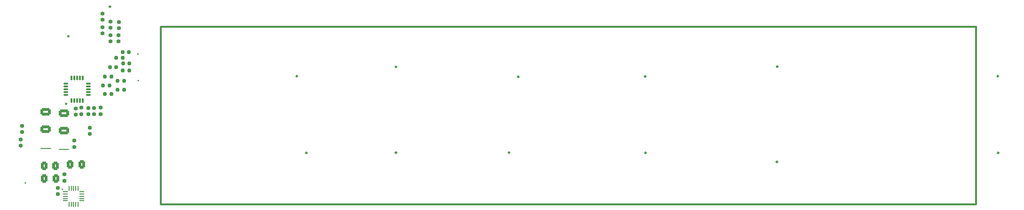
<source format=gto>
G04 #@! TF.GenerationSoftware,KiCad,Pcbnew,7.0.1*
G04 #@! TF.CreationDate,2023-10-11T19:04:08-05:00*
G04 #@! TF.ProjectId,FLED_Board,464c4544-5f42-46f6-9172-642e6b696361,1*
G04 #@! TF.SameCoordinates,Original*
G04 #@! TF.FileFunction,Legend,Top*
G04 #@! TF.FilePolarity,Positive*
%FSLAX46Y46*%
G04 Gerber Fmt 4.6, Leading zero omitted, Abs format (unit mm)*
G04 Created by KiCad (PCBNEW 7.0.1) date 2023-10-11 19:04:08*
%MOMM*%
%LPD*%
G01*
G04 APERTURE LIST*
G04 Aperture macros list*
%AMRoundRect*
0 Rectangle with rounded corners*
0 $1 Rounding radius*
0 $2 $3 $4 $5 $6 $7 $8 $9 X,Y pos of 4 corners*
0 Add a 4 corners polygon primitive as box body*
4,1,4,$2,$3,$4,$5,$6,$7,$8,$9,$2,$3,0*
0 Add four circle primitives for the rounded corners*
1,1,$1+$1,$2,$3*
1,1,$1+$1,$4,$5*
1,1,$1+$1,$6,$7*
1,1,$1+$1,$8,$9*
0 Add four rect primitives between the rounded corners*
20,1,$1+$1,$2,$3,$4,$5,0*
20,1,$1+$1,$4,$5,$6,$7,0*
20,1,$1+$1,$6,$7,$8,$9,0*
20,1,$1+$1,$8,$9,$2,$3,0*%
%AMFreePoly0*
4,1,20,0.183918,0.148406,0.199736,0.141903,0.364236,-0.021737,0.364260,-0.021795,0.364320,-0.021820,0.370918,-0.037749,0.377500,-0.053522,0.377475,-0.053581,0.377500,-0.053640,0.377500,-0.100000,0.364320,-0.131820,0.332500,-0.145000,-0.332500,-0.145000,-0.364320,-0.131820,-0.377500,-0.100000,-0.377500,0.110000,-0.364320,0.141820,-0.332500,0.155000,0.168000,0.155000,0.183918,0.148406,
0.183918,0.148406,$1*%
%AMFreePoly1*
4,1,20,0.364320,0.131820,0.377500,0.100000,0.377500,0.053640,0.377475,0.053581,0.377500,0.053522,0.370918,0.037749,0.364320,0.021820,0.364260,0.021795,0.364236,0.021737,0.199736,-0.141903,0.183918,-0.148406,0.168000,-0.155000,-0.332500,-0.155000,-0.364320,-0.141820,-0.377500,-0.110000,-0.377500,0.100000,-0.364320,0.131820,-0.332500,0.145000,0.332500,0.145000,0.364320,0.131820,
0.364320,0.131820,$1*%
%AMFreePoly2*
4,1,20,0.138284,0.360784,0.150000,0.332500,0.150000,-0.332500,0.138284,-0.360784,0.110000,-0.372500,-0.110000,-0.372500,-0.138284,-0.360784,-0.150000,-0.332500,-0.150000,0.168000,-0.144102,0.182237,-0.138358,0.196210,0.025282,0.360710,0.025334,0.360731,0.025356,0.360784,0.039384,0.366595,0.053535,0.372500,0.053587,0.372478,0.053640,0.372500,0.110000,0.372500,0.138284,0.360784,
0.138284,0.360784,$1*%
%AMFreePoly3*
4,1,20,-0.052877,0.377184,-0.052105,0.377474,-0.037072,0.370637,-0.021820,0.364320,-0.021504,0.363557,-0.020753,0.363216,0.132887,0.198716,0.138682,0.183251,0.145000,0.168000,0.145000,-0.332500,0.131820,-0.364320,0.100000,-0.377500,-0.110000,-0.377500,-0.141820,-0.364320,-0.155000,-0.332500,-0.155000,0.332500,-0.141820,0.364320,-0.110000,0.377500,-0.053640,0.377500,-0.052877,0.377184,
-0.052877,0.377184,$1*%
%AMFreePoly4*
4,1,20,0.364320,0.131820,0.377500,0.100000,0.377500,-0.110000,0.364320,-0.141820,0.332500,-0.155000,-0.168000,-0.155000,-0.183918,-0.148406,-0.199736,-0.141903,-0.364236,0.021737,-0.364260,0.021795,-0.364320,0.021820,-0.370918,0.037749,-0.377500,0.053522,-0.377475,0.053581,-0.377500,0.053640,-0.377500,0.100000,-0.364320,0.131820,-0.332500,0.145000,0.332500,0.145000,0.364320,0.131820,
0.364320,0.131820,$1*%
%AMFreePoly5*
4,1,20,0.364320,0.141820,0.377500,0.110000,0.377500,-0.100000,0.364320,-0.131820,0.332500,-0.145000,-0.332500,-0.145000,-0.364320,-0.131820,-0.377500,-0.100000,-0.377500,-0.053640,-0.377475,-0.053581,-0.377500,-0.053522,-0.370918,-0.037749,-0.364320,-0.021820,-0.364260,-0.021795,-0.364236,-0.021737,-0.199736,0.141903,-0.183918,0.148406,-0.168000,0.155000,0.332500,0.155000,0.364320,0.141820,
0.364320,0.141820,$1*%
%AMFreePoly6*
4,1,20,0.131820,0.364320,0.145000,0.332500,0.145000,-0.168000,0.138682,-0.183251,0.132887,-0.198716,-0.020753,-0.363216,-0.021504,-0.363557,-0.021820,-0.364320,-0.037072,-0.370637,-0.052105,-0.377474,-0.052877,-0.377184,-0.053640,-0.377500,-0.110000,-0.377500,-0.141820,-0.364320,-0.155000,-0.332500,-0.155000,0.332500,-0.141820,0.364320,-0.110000,0.377500,0.100000,0.377500,0.131820,0.364320,
0.131820,0.364320,$1*%
%AMFreePoly7*
4,1,20,0.131820,0.364320,0.145000,0.332500,0.145000,-0.332500,0.131820,-0.364320,0.100000,-0.377500,0.053640,-0.377500,0.053581,-0.377475,0.053522,-0.377500,0.037749,-0.370918,0.021820,-0.364320,0.021795,-0.364260,0.021737,-0.364236,-0.141903,-0.199736,-0.148406,-0.183918,-0.155000,-0.168000,-0.155000,0.332500,-0.141820,0.364320,-0.110000,0.377500,0.100000,0.377500,0.131820,0.364320,
0.131820,0.364320,$1*%
G04 Aperture macros list end*
%ADD10C,0.300000*%
%ADD11C,0.286825*%
%ADD12C,0.165100*%
%ADD13C,0.150000*%
%ADD14C,0.227000*%
%ADD15C,0.200000*%
%ADD16C,0.238803*%
%ADD17R,0.400000X0.400000*%
%ADD18RoundRect,0.155000X0.212500X0.155000X-0.212500X0.155000X-0.212500X-0.155000X0.212500X-0.155000X0*%
%ADD19RoundRect,0.155000X-0.212500X-0.155000X0.212500X-0.155000X0.212500X0.155000X-0.212500X0.155000X0*%
%ADD20C,2.250000*%
%ADD21RoundRect,0.155000X0.155000X-0.212500X0.155000X0.212500X-0.155000X0.212500X-0.155000X-0.212500X0*%
%ADD22RoundRect,0.250000X-0.650000X0.412500X-0.650000X-0.412500X0.650000X-0.412500X0.650000X0.412500X0*%
%ADD23R,0.500000X1.100000*%
%ADD24R,0.700000X0.200000*%
%ADD25FreePoly0,90.000000*%
%ADD26RoundRect,0.075000X0.075000X-0.362500X0.075000X0.362500X-0.075000X0.362500X-0.075000X-0.362500X0*%
%ADD27FreePoly1,90.000000*%
%ADD28FreePoly2,90.000000*%
%ADD29RoundRect,0.075000X0.362500X-0.075000X0.362500X0.075000X-0.362500X0.075000X-0.362500X-0.075000X0*%
%ADD30FreePoly3,90.000000*%
%ADD31FreePoly4,90.000000*%
%ADD32FreePoly5,90.000000*%
%ADD33FreePoly6,90.000000*%
%ADD34FreePoly7,90.000000*%
%ADD35RoundRect,0.155000X-0.155000X0.212500X-0.155000X-0.212500X0.155000X-0.212500X0.155000X0.212500X0*%
%ADD36RoundRect,0.250000X0.337500X0.475000X-0.337500X0.475000X-0.337500X-0.475000X0.337500X-0.475000X0*%
%ADD37RoundRect,0.055000X-0.350000X-0.055000X0.350000X-0.055000X0.350000X0.055000X-0.350000X0.055000X0*%
%ADD38RoundRect,0.055000X-0.055000X-0.350000X0.055000X-0.350000X0.055000X0.350000X-0.055000X0.350000X0*%
%ADD39RoundRect,0.250000X-0.337500X-0.475000X0.337500X-0.475000X0.337500X0.475000X-0.337500X0.475000X0*%
%ADD40R,1.700000X1.700000*%
%ADD41O,1.700000X1.700000*%
%ADD42R,0.250000X0.725000*%
%ADD43R,0.250000X0.775000*%
%ADD44C,1.300000*%
G04 APERTURE END LIST*
D10*
X147442200Y-24791000D02*
X294213200Y-24791000D01*
X294213200Y-56791000D01*
X147442200Y-56791000D01*
X147442200Y-24791000D01*
D11*
X258547812Y-31991400D02*
G75*
G03*
X258547812Y-31991400I-143412J0D01*
G01*
X298273412Y-33718600D02*
G75*
G03*
X298273412Y-33718600I-143412J0D01*
G01*
X258497012Y-49167800D02*
G75*
G03*
X258497012Y-49167800I-143412J0D01*
G01*
X298324212Y-47542200D02*
G75*
G03*
X298324212Y-47542200I-143412J0D01*
G01*
X172047012Y-33717800D02*
G75*
G03*
X172047012Y-33717800I-143412J0D01*
G01*
X189897812Y-47491400D02*
G75*
G03*
X189897812Y-47491400I-143412J0D01*
G01*
D12*
X127554000Y-46718200D02*
X125840400Y-46718200D01*
D13*
X143397700Y-34520600D02*
G75*
G03*
X143397700Y-34520600I-75000J0D01*
G01*
D14*
X130469500Y-38704600D02*
G75*
G03*
X130469500Y-38704600I-113500J0D01*
G01*
D13*
X143354200Y-29740000D02*
G75*
G03*
X143354200Y-29740000I-75000J0D01*
G01*
D11*
X234824212Y-47542200D02*
G75*
G03*
X234824212Y-47542200I-143412J0D01*
G01*
X211923412Y-33818600D02*
G75*
G03*
X211923412Y-33818600I-143412J0D01*
G01*
D15*
X129764600Y-54112200D02*
G75*
G03*
X129764600Y-54112200I-100000J0D01*
G01*
D11*
X234773412Y-33768600D02*
G75*
G03*
X234773412Y-33768600I-143412J0D01*
G01*
X138375612Y-21193800D02*
G75*
G03*
X138375612Y-21193800I-143412J0D01*
G01*
D12*
X130830600Y-46891800D02*
X129117000Y-46891800D01*
D16*
X130861201Y-26512000D02*
G75*
G03*
X130861201Y-26512000I-119401J0D01*
G01*
D11*
X189897812Y-32041400D02*
G75*
G03*
X189897812Y-32041400I-143412J0D01*
G01*
X173774212Y-47542200D02*
G75*
G03*
X173774212Y-47542200I-143412J0D01*
G01*
X210247812Y-47491400D02*
G75*
G03*
X210247812Y-47491400I-143412J0D01*
G01*
D15*
X123137200Y-52969200D02*
G75*
G03*
X123137200Y-52969200I-100000J0D01*
G01*
%LPC*%
D17*
X258917200Y-32555000D03*
X258917200Y-33155000D03*
X259517200Y-33155000D03*
X259517200Y-32555000D03*
D18*
X138478200Y-36916400D03*
X137343200Y-36916400D03*
D19*
X140509900Y-29423800D03*
X141644900Y-29423800D03*
D20*
X156750000Y-26715600D03*
D17*
X297617200Y-33155000D03*
X297617200Y-32555000D03*
X297017200Y-32555000D03*
X297017200Y-33155000D03*
X258917200Y-48655000D03*
X259517200Y-48655000D03*
X259517200Y-48055000D03*
X258917200Y-48055000D03*
D21*
X136576200Y-40549300D03*
X136576200Y-39414300D03*
X136911400Y-26003100D03*
X136911400Y-24868100D03*
D22*
X126678800Y-40182500D03*
X126678800Y-43307500D03*
D17*
X297617200Y-48055000D03*
X297017200Y-48055000D03*
X297017200Y-48655000D03*
X297617200Y-48655000D03*
X172467200Y-33205000D03*
X173067200Y-33205000D03*
X173067200Y-32605000D03*
X172467200Y-32605000D03*
D21*
X139781600Y-27485000D03*
X139781600Y-26350000D03*
D17*
X190267200Y-48055000D03*
X190267200Y-48655000D03*
X190867200Y-48655000D03*
X190867200Y-48055000D03*
D20*
X153650000Y-36515600D03*
D23*
X126704200Y-47570200D03*
X126704200Y-45270200D03*
D24*
X143625700Y-34960600D03*
X143625700Y-35460600D03*
X143625700Y-35960600D03*
X143625700Y-36460600D03*
X144625700Y-36210600D03*
X144625700Y-35710600D03*
X144625700Y-35210600D03*
D25*
X130819000Y-38085600D03*
D26*
X131314000Y-38135600D03*
X131814000Y-38135600D03*
X132314000Y-38135600D03*
X132814000Y-38135600D03*
X133314000Y-38135600D03*
D27*
X133809000Y-38085600D03*
D28*
X134294000Y-37610600D03*
D29*
X134349000Y-37105600D03*
X134349000Y-36605600D03*
X134349000Y-36105600D03*
X134349000Y-35605600D03*
X134349000Y-35105600D03*
D30*
X134299000Y-34600600D03*
D31*
X133804000Y-34105600D03*
D26*
X133309000Y-34055600D03*
X132809000Y-34055600D03*
X132309000Y-34055600D03*
X131809000Y-34055600D03*
X131309000Y-34055600D03*
D32*
X130814000Y-34105600D03*
D33*
X130319000Y-34600600D03*
D29*
X130269000Y-35105600D03*
X130269000Y-35605600D03*
X130269000Y-36105600D03*
X130269000Y-36605600D03*
X130269000Y-37105600D03*
D34*
X130319000Y-37600600D03*
D21*
X138333800Y-25029200D03*
X138333800Y-23894200D03*
D18*
X138478200Y-33766800D03*
X137343200Y-33766800D03*
D35*
X130058500Y-51428300D03*
X130058500Y-52563300D03*
D19*
X140586100Y-32700400D03*
X141721100Y-32700400D03*
X139366900Y-30414400D03*
X140501900Y-30414400D03*
D24*
X143582200Y-30180000D03*
X143582200Y-30680000D03*
X143582200Y-31180000D03*
X143582200Y-31680000D03*
X144582200Y-31430000D03*
X144582200Y-30930000D03*
X144582200Y-30430000D03*
D21*
X131856800Y-46475500D03*
X131856800Y-45340500D03*
D20*
X153650000Y-30515600D03*
D22*
X129926400Y-40439300D03*
X129926400Y-43564300D03*
D21*
X136911400Y-23564700D03*
X136911400Y-22429700D03*
D19*
X138223900Y-32065400D03*
X139358900Y-32065400D03*
D36*
X133177300Y-49613600D03*
X131102300Y-49613600D03*
D21*
X122154000Y-46246900D03*
X122154000Y-45111900D03*
X134341000Y-40574700D03*
X134341000Y-39439700D03*
D17*
X234117200Y-48055000D03*
X233517200Y-48055000D03*
X233517200Y-48655000D03*
X234117200Y-48655000D03*
X211267200Y-33255000D03*
X211267200Y-32655000D03*
X210667200Y-32655000D03*
X210667200Y-33255000D03*
D21*
X133096400Y-40558000D03*
X133096400Y-39423000D03*
D37*
X130217600Y-54571200D03*
X130217600Y-54971200D03*
X130217600Y-55371200D03*
X130217600Y-55771200D03*
X130217600Y-56171200D03*
D38*
X130882600Y-56806200D03*
X131282600Y-56806200D03*
X131682600Y-56806200D03*
X132082600Y-56806200D03*
X132482600Y-56806200D03*
D37*
X133142600Y-56171200D03*
X133142600Y-55771200D03*
X133142600Y-55371200D03*
X133142600Y-54971200D03*
X133142600Y-54571200D03*
D38*
X132482600Y-53906200D03*
X132082600Y-53906200D03*
X131682600Y-53906200D03*
X131282600Y-53906200D03*
X130882600Y-53906200D03*
D20*
X153650000Y-27515600D03*
D21*
X135407800Y-40574700D03*
X135407800Y-39439700D03*
D20*
X285817200Y-53205000D03*
D21*
X132105800Y-40658900D03*
X132105800Y-39523900D03*
D20*
X153650000Y-33515600D03*
D21*
X134625400Y-44147400D03*
X134625400Y-43012400D03*
D17*
X234117200Y-33205000D03*
X234117200Y-32605000D03*
X233517200Y-32605000D03*
X233517200Y-33205000D03*
D20*
X210817200Y-54805000D03*
D17*
X138745000Y-21757400D03*
X138745000Y-22357400D03*
X139345000Y-22357400D03*
X139345000Y-21757400D03*
D39*
X126408700Y-52148200D03*
X128483700Y-52148200D03*
D23*
X129980800Y-47743800D03*
X129980800Y-45443800D03*
D21*
X139857400Y-25072400D03*
X139857400Y-23937400D03*
D20*
X150650000Y-32515600D03*
D35*
X122433400Y-42648100D03*
X122433400Y-43783100D03*
D40*
X122346000Y-24156000D03*
D41*
X122346000Y-21616000D03*
X124886000Y-24156000D03*
X124886000Y-21616000D03*
X127426000Y-24156000D03*
X127426000Y-21616000D03*
X129966000Y-24156000D03*
X129966000Y-21616000D03*
X132506000Y-24156000D03*
X132506000Y-21616000D03*
D18*
X140789600Y-34528800D03*
X139654600Y-34528800D03*
D19*
X140611500Y-31430400D03*
X141746500Y-31430400D03*
D18*
X140789600Y-36154400D03*
X139654600Y-36154400D03*
D20*
X285917200Y-34905000D03*
D42*
X130443800Y-27302500D03*
X129943800Y-27302500D03*
X129443800Y-27302500D03*
X128943800Y-27302500D03*
X128443800Y-27302500D03*
D43*
X128443800Y-28302500D03*
X128943800Y-28302500D03*
X129443800Y-28302500D03*
X129943800Y-28302500D03*
X130443800Y-28302500D03*
D17*
X190267200Y-32605000D03*
X190267200Y-33205000D03*
X190867200Y-33205000D03*
X190867200Y-32605000D03*
D21*
X128864700Y-54976300D03*
X128864700Y-53841300D03*
D20*
X150650000Y-26515600D03*
X153650000Y-39515600D03*
X150617400Y-35515600D03*
X150650000Y-29515600D03*
D21*
X138359200Y-27485000D03*
X138359200Y-26350000D03*
D18*
X138152200Y-35367000D03*
X137017200Y-35367000D03*
D20*
X150650000Y-38515600D03*
D17*
X173067200Y-48055000D03*
X172467200Y-48055000D03*
X172467200Y-48655000D03*
X173067200Y-48655000D03*
D39*
X126370400Y-49895800D03*
X128445400Y-49895800D03*
D17*
X210617200Y-48055000D03*
X210617200Y-48655000D03*
X211217200Y-48655000D03*
X211217200Y-48055000D03*
D44*
X124037200Y-51969200D03*
X124037200Y-49969200D03*
X124037200Y-47969200D03*
X124037200Y-45969200D03*
X124037200Y-43969200D03*
X124037200Y-41969200D03*
X124037200Y-39969200D03*
X124037200Y-37969200D03*
M02*

</source>
